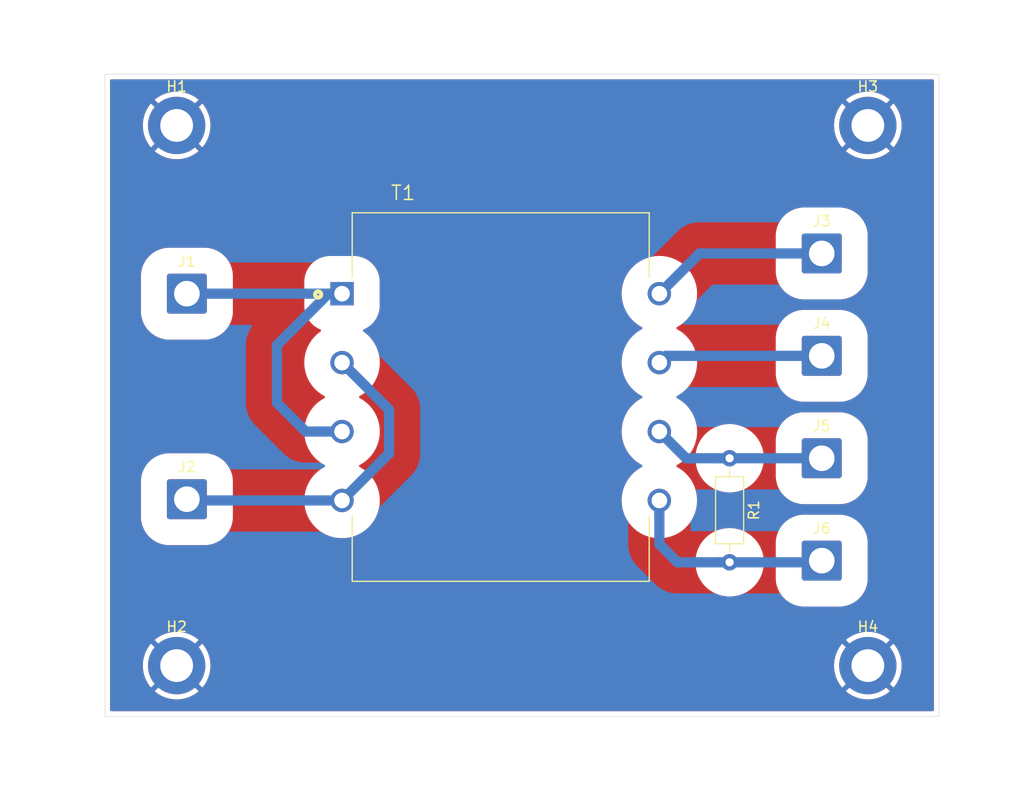
<source format=kicad_pcb>
(kicad_pcb (version 20240108) (generator "pcbnew") (generator_version "8.0")
  (layers (0 "F.Cu" signal) (31 "B.Cu" signal) (34 "B.Paste" user) (35 "F.Paste" user) (36 "B.SilkS" user "B.Silkscreen") (37 "F.SilkS" user "F.Silkscreen") (38 "B.Mask" user) (39 "F.Mask" user) (44 "Edge.Cuts" user))
  (net 0 "")
  (net 1 "GND")
  (net 2 "J1")
  (net 3 "Net-(J2-Pin_1)")
  (net 4 "Net-(J3-Pin_1)")
  (net 5 "Net-(J4-Pin_1)")
  (net 6 "Net-(J5-Pin_1)")
  (net 7 "Net-(J6-Pin_1)")
  (footprint "Resistor_THT:R_Axial_DIN0207_L6.3mm_D2.5mm_P10.16mm_Horizontal" (layer "F.Cu") (at 151 80 -90)
    (property "Reference" "R1" (at 5.08 -2.37 90) (layer "F.SilkS"))
    (property "Value" "R")
    (fp_line (start 1.81 1.37) (end 8.35 1.37) (stroke (width 0.12)) (layer "F.SilkS"))
    (fp_line (start 8.35 1.37) (end 8.35 -1.37) (stroke (width 0.12)) (layer "F.SilkS"))
    (fp_line (start 1.04 0) (end 1.81 0) (stroke (width 0.12)) (layer "F.SilkS"))
    (fp_line (start 9.12 0) (end 8.35 0) (stroke (width 0.12)) (layer "F.SilkS"))
    (fp_line (start 1.81 -1.37) (end 1.81 1.37) (stroke (width 0.12)) (layer "F.SilkS"))
    (fp_line (start 8.35 -1.37) (end 1.81 -1.37) (stroke (width 0.12)) (layer "F.SilkS"))
    (pad "1" thru_hole circle (at 0 0 270) (size 1.6 1.6) (drill 0.8) (layers "*.Cu" "*.Mask") (net 6 "Net-(J5-Pin_1)"))
    (pad "2" thru_hole oval (at 10.16 0 270) (size 1.6 1.6) (drill 0.8) (layers "*.Cu" "*.Mask") (net 7 "Net-(J6-Pin_1)"))
  )
  (footprint "Connector_Wire:SolderWire-2sqmm_1x01_D2mm_OD3.9mm" (layer "F.Cu") (at 160 60)
    (property "Reference" "J3" (at 0 -3.15 0) (layer "F.SilkS"))
    (property "Value" "Conn_01x01_Pin")
    (pad "1" thru_hole roundrect (at 0 0) (size 3.9 3.9) (drill 2.5) (layers "*.Cu" "*.Mask") (roundrect_rratio 0.064103) (net 4 "Net-(J3-Pin_1)"))
  )
  (footprint "MountingHole:MountingHole_3.2mm_M3_DIN965_Pad_TopBottom" (layer "F.Cu") (at 97 100.25)
    (property "Reference" "H2" (at 0 -3.8 0) (layer "F.SilkS"))
    (property "Value" "MountingHole_Pad")
    (pad "1" thru_hole circle (at 0 0) (size 3.6 3.6) (drill 3.2) (layers "*.Cu" "*.Mask") (net 1 "GND"))
    (pad "1" connect circle (at 0 0) (size 5.6 5.6) (layers "F.Cu" "F.Mask") (net 1 "GND"))
    (pad "1" connect circle (at 0 0) (size 5.6 5.6) (layers "B.Cu" "B.Mask") (net 1 "GND"))
  )
  (footprint "Custom Transformers:XFMR_FS20-055-C2" (layer "F.Cu") (at 128.646 74.0265)
    (property "Reference" "T1" (at -9.525 -19.939 0) (layer "F.SilkS") (effects (font (size 1.4 1.4))))
    (property "Value" "FS20-055-C2")
    (fp_line (start -14.5034 -17.9959) (end -14.5034 -11.65) (stroke (width 0.127)) (layer "F.SilkS"))
    (fp_line (start -14.5034 -17.9959) (end 14.5034 -17.9959) (stroke (width 0.127)) (layer "F.SilkS"))
    (fp_line (start -14.5034 11.65) (end -14.5034 17.9959) (stroke (width 0.127)) (layer "F.SilkS"))
    (fp_line (start 14.5034 -17.9959) (end 14.5034 -11.65) (stroke (width 0.127)) (layer "F.SilkS"))
    (fp_line (start 14.5034 11.65) (end 14.5034 17.9959) (stroke (width 0.127)) (layer "F.SilkS"))
    (fp_line (start 14.5034 17.9959) (end -14.5034 17.9959) (stroke (width 0.127)) (layer "F.SilkS"))
    (fp_circle (center -17.827 -10.014) (end -17.527 -10.014) (stroke (width 0.4)) (fill none) (layer "F.SilkS"))
    (pad "1" thru_hole rect (at -15.494 -10.0965) (size 2.286 2.286) (drill 1.524) (layers "*.Cu" "*.Mask") (net 2 "J1"))
    (pad "2" thru_hole circle (at -15.494 -3.3655) (size 2.286 2.286) (drill 1.524) (layers "*.Cu" "*.Mask") (net 3 "Net-(J2-Pin_1)"))
    (pad "3" thru_hole circle (at -15.494 3.3655) (size 2.286 2.286) (drill 1.524) (layers "*.Cu" "*.Mask") (net 2 "J1"))
    (pad "4" thru_hole circle (at -15.494 10.0965) (size 2.286 2.286) (drill 1.524) (layers "*.Cu" "*.Mask") (net 3 "Net-(J2-Pin_1)"))
    (pad "5" thru_hole circle (at 15.494 -10.0965) (size 2.286 2.286) (drill 1.524) (layers "*.Cu" "*.Mask") (net 4 "Net-(J3-Pin_1)"))
    (pad "6" thru_hole circle (at 15.494 -3.3655) (size 2.286 2.286) (drill 1.524) (layers "*.Cu" "*.Mask") (net 5 "Net-(J4-Pin_1)"))
    (pad "7" thru_hole circle (at 15.494 3.3655) (size 2.286 2.286) (drill 1.524) (layers "*.Cu" "*.Mask") (net 6 "Net-(J5-Pin_1)"))
    (pad "8" thru_hole circle (at 15.494 10.0965) (size 2.286 2.286) (drill 1.524) (layers "*.Cu" "*.Mask") (net 7 "Net-(J6-Pin_1)"))
  )
  (footprint "MountingHole:MountingHole_3.2mm_M3_DIN965_Pad_TopBottom" (layer "F.Cu") (at 164.5 100.25)
    (property "Reference" "H4" (at 0 -3.8 0) (layer "F.SilkS"))
    (property "Value" "MountingHole_Pad")
    (pad "1" thru_hole circle (at 0 0) (size 3.6 3.6) (drill 3.2) (layers "*.Cu" "*.Mask") (net 1 "GND"))
    (pad "1" connect circle (at 0 0) (size 5.6 5.6) (layers "F.Cu" "F.Mask") (net 1 "GND"))
    (pad "1" connect circle (at 0 0) (size 5.6 5.6) (layers "B.Cu" "B.Mask") (net 1 "GND"))
  )
  (footprint "Connector_Wire:SolderWire-2sqmm_1x01_D2mm_OD3.9mm" (layer "F.Cu") (at 98 84)
    (property "Reference" "J2" (at 0 -3.15 0) (layer "F.SilkS"))
    (property "Value" "Conn_01x01_Pin")
    (pad "1" thru_hole roundrect (at 0 0) (size 3.9 3.9) (drill 2.5) (layers "*.Cu" "*.Mask") (roundrect_rratio 0.064103) (net 3 "Net-(J2-Pin_1)"))
  )
  (footprint "Connector_Wire:SolderWire-2sqmm_1x01_D2mm_OD3.9mm" (layer "F.Cu") (at 160 90)
    (property "Reference" "J6" (at 0 -3.15 0) (layer "F.SilkS"))
    (property "Value" "Conn_01x01_Pin")
    (pad "1" thru_hole roundrect (at 0 0) (size 3.9 3.9) (drill 2.5) (layers "*.Cu" "*.Mask") (roundrect_rratio 0.064103) (net 7 "Net-(J6-Pin_1)"))
  )
  (footprint "Connector_Wire:SolderWire-2sqmm_1x01_D2mm_OD3.9mm" (layer "F.Cu") (at 160 80)
    (property "Reference" "J5" (at 0 -3.15 0) (layer "F.SilkS"))
    (property "Value" "Conn_01x01_Pin")
    (pad "1" thru_hole roundrect (at 0 0) (size 3.9 3.9) (drill 2.5) (layers "*.Cu" "*.Mask") (roundrect_rratio 0.064103) (net 6 "Net-(J5-Pin_1)"))
  )
  (footprint "Connector_Wire:SolderWire-2sqmm_1x01_D2mm_OD3.9mm" (layer "F.Cu") (at 98 63.93)
    (property "Reference" "J1" (at 0 -3.15 0) (layer "F.SilkS"))
    (property "Value" "Conn_01x01_Pin")
    (pad "1" thru_hole roundrect (at 0 0) (size 3.9 3.9) (drill 2.5) (layers "*.Cu" "*.Mask") (roundrect_rratio 0.064103) (net 2 "J1"))
  )
  (footprint "MountingHole:MountingHole_3.2mm_M3_DIN965_Pad_TopBottom" (layer "F.Cu") (at 97 47.5)
    (property "Reference" "H1" (at 0 -3.8 0) (layer "F.SilkS"))
    (property "Value" "MountingHole_Pad")
    (pad "1" thru_hole circle (at 0 0) (size 3.6 3.6) (drill 3.2) (layers "*.Cu" "*.Mask") (net 1 "GND"))
    (pad "1" connect circle (at 0 0) (size 5.6 5.6) (layers "F.Cu" "F.Mask") (net 1 "GND"))
    (pad "1" connect circle (at 0 0) (size 5.6 5.6) (layers "B.Cu" "B.Mask") (net 1 "GND"))
  )
  (footprint "MountingHole:MountingHole_3.2mm_M3_DIN965_Pad_TopBottom" (layer "F.Cu") (at 164.5 47.5)
    (property "Reference" "H3" (at 0 -3.8 0) (layer "F.SilkS"))
    (property "Value" "MountingHole_Pad")
    (pad "1" thru_hole circle (at 0 0) (size 3.6 3.6) (drill 3.2) (layers "*.Cu" "*.Mask") (net 1 "GND"))
    (pad "1" connect circle (at 0 0) (size 5.6 5.6) (layers "F.Cu" "F.Mask") (net 1 "GND"))
    (pad "1" connect circle (at 0 0) (size 5.6 5.6) (layers "B.Cu" "B.Mask") (net 1 "GND"))
  )
  (footprint "Connector_Wire:SolderWire-2sqmm_1x01_D2mm_OD3.9mm" (layer "F.Cu") (at 160 70)
    (property "Reference" "J4" (at 0 -3.15 0) (layer "F.SilkS"))
    (property "Value" "Conn_01x01_Pin")
    (pad "1" thru_hole roundrect (at 0 0) (size 3.9 3.9) (drill 2.5) (layers "*.Cu" "*.Mask") (roundrect_rratio 0.064103) (net 5 "Net-(J4-Pin_1)"))
  )
  (gr_rect (start 90 42.5) (end 171.45 105.2) (stroke (width 0.05)) (fill none) (layer "Edge.Cuts"))
  (segment (start 109.602051 77.392) (end 106.8 74.589949) (width 1) (layer "B.Cu") (net 2))
  (segment (start 111.82 63.93) (end 113.152 63.93) (width 1) (layer "B.Cu") (net 2))
  (segment (start 98 63.93) (end 113.152 63.93) (width 1) (layer "B.Cu") (net 2))
  (segment (start 106.8 74.589949) (end 106.8 68.95) (width 1) (layer "B.Cu") (net 2))
  (segment (start 113.152 77.392) (end 109.602051 77.392) (width 1) (layer "B.Cu") (net 2))
  (segment (start 106.8 68.95) (end 111.82 63.93) (width 1) (layer "B.Cu") (net 2))
  (segment (start 113.152 84.123) (end 112.877 84.123) (width 1) (layer "F.Cu") (net 3))
  (segment (start 112.877 84.123) (end 112.75 84.25) (width 1) (layer "F.Cu") (net 3))
  (segment (start 117.75 75.259) (end 117.75 79.525) (width 1) (layer "B.Cu") (net 3))
  (segment (start 98.123 84.123) (end 98 84) (width 1) (layer "B.Cu") (net 3))
  (segment (start 113.152 70.661) (end 117.75 75.259) (width 1) (layer "B.Cu") (net 3))
  (segment (start 117.75 79.525) (end 113.152 84.123) (width 1) (layer "B.Cu") (net 3))
  (segment (start 113.152 84.123) (end 98.123 84.123) (width 1) (layer "B.Cu") (net 3))
  (segment (start 148.07 60) (end 144.14 63.93) (width 1) (layer "B.Cu") (net 4))
  (segment (start 160 60) (end 148.07 60) (width 1) (layer "B.Cu") (net 4))
  (segment (start 144.801 70) (end 160 70) (width 1) (layer "B.Cu") (net 5))
  (segment (start 144.14 70.661) (end 144.801 70) (width 1) (layer "B.Cu") (net 5))
  (segment (start 146.748 80) (end 150 80) (width 1) (layer "B.Cu") (net 6))
  (segment (start 150 80) (end 160 80) (width 1) (layer "B.Cu") (net 6))
  (segment (start 144.14 77.392) (end 146.748 80) (width 1) (layer "B.Cu") (net 6))
  (segment (start 150 90.16) (end 145.91 90.16) (width 1) (layer "B.Cu") (net 7))
  (segment (start 150 90.16) (end 159.84 90.16) (width 1) (layer "B.Cu") (net 7))
  (segment (start 144.14 88.39) (end 144.14 84.123) (width 1) (layer "B.Cu") (net 7))
  (segment (start 145.91 90.16) (end 144.14 88.39) (width 1) (layer "B.Cu") (net 7))
  (segment (start 159.84 90.16) (end 160 90) (width 1) (layer "B.Cu") (net 7))
  (zone (net 1) (net_name "GND") (layers "F&B.Cu") (connect_pads (clearance 0.5)) (min_thickness 0.25) (fill yes (thermal_gap 0.5) (thermal_bridge_width 0.5))
    (polygon (pts (xy 80.25 35.25) (xy 178.25 35.25) (xy 179.75 114.25) (xy 79.75 113.75) (xy 80.5 35.5)))
  )
)
</source>
